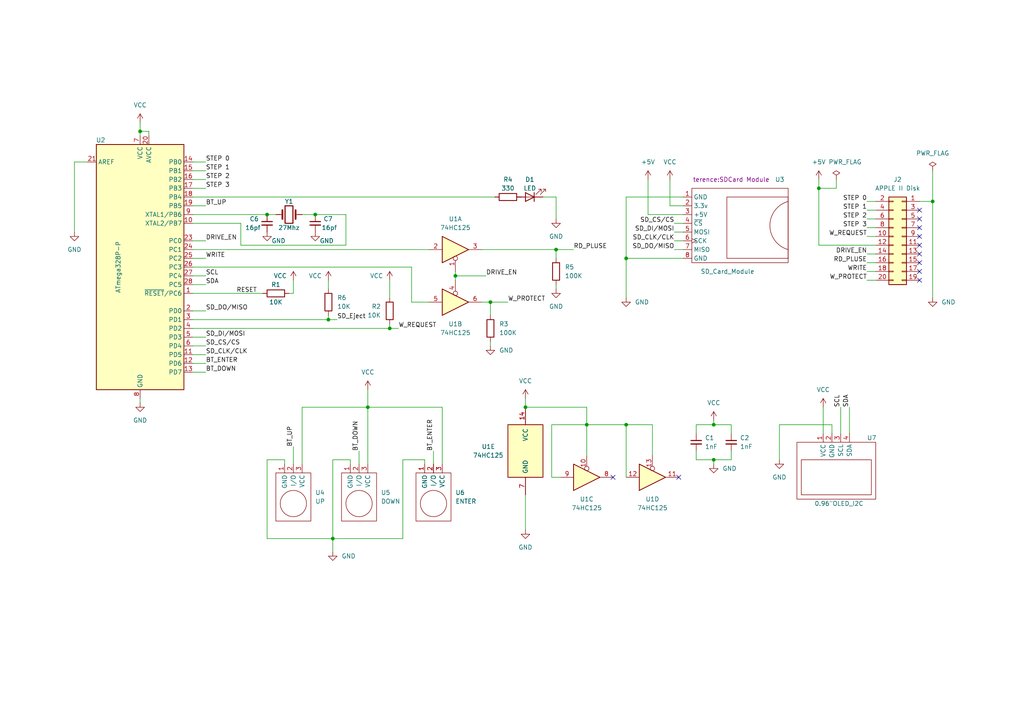
<source format=kicad_sch>
(kicad_sch (version 20230121) (generator eeschema)
  (paper "A4")
  (title_block (title "SDisk2 - Apple II Disk II Emulator") (date "2022-01-27") (rev "Rev 1") (comment 1 "(c) 2022 Terence Ang") (comment 2 "(c) 2012 Victor Trucco, (c) 2012 Fábio Belavenuto, (c) 2015 Alexandre Suaide") (comment 3 "additional authors - ") (comment 4 "Based on original works from (c) 2010 Koichi NISHIDA tulip-house@msf.biglobe.ne.jp"))
  (lib_symbols
    (symbol "74xx_IEEE:74HC125" (pin_names (offset 1.016))
      (property "Reference" "U" (at 0 1.27 0))
      (property "Value" "74HC125" (at 0 -1.27 0))
      (symbol "74HC125_1_0"
        (polyline (pts (xy -3.81 3.81) (xy -3.81 -3.81) (xy 3.81 0) (xy -3.81 3.81)) (stroke (width 0.254)) (fill (type background)))
        (pin input inverted (at 0 -6.35 90) (length 4.445) (name "~") (number "1"))
        (pin input line (at -7.62 0 0) (length 3.81) (name "~") (number "2"))
        (pin tri_state line (at 7.62 0 180) (length 3.81) (name "~") (number "3"))
      )
      (symbol "74HC125_2_0"
        (polyline (pts (xy -3.81 3.81) (xy -3.81 -3.81) (xy 3.81 0) (xy -3.81 3.81)) (stroke (width 0.254)) (fill (type background)))
        (pin input inverted (at 0 -6.35 90) (length 4.445) (name "~") (number "4"))
        (pin input line (at -7.62 0 0) (length 3.81) (name "~") (number "5"))
        (pin tri_state line (at 7.62 0 180) (length 3.81) (name "~") (number "6"))
      )
      (symbol "74HC125_3_0"
        (polyline (pts (xy -3.81 3.81) (xy -3.81 -3.81) (xy 3.81 0) (xy -3.81 3.81)) (stroke (width 0.254)) (fill (type background)))
        (pin input inverted (at 0 -6.35 90) (length 4.445) (name "~") (number "10"))
        (pin tri_state line (at 7.62 0 180) (length 3.81) (name "~") (number "8"))
        (pin input line (at -7.62 0 0) (length 3.81) (name "~") (number "9"))
      )
      (symbol "74HC125_4_0"
        (polyline (pts (xy -3.81 3.81) (xy -3.81 -3.81) (xy 3.81 0) (xy -3.81 3.81)) (stroke (width 0.254)) (fill (type background)))
        (pin tri_state line (at 7.62 0 180) (length 3.81) (name "~") (number "11"))
        (pin input line (at -7.62 0 0) (length 3.81) (name "~") (number "12"))
        (pin input inverted (at 0 -6.35 90) (length 4.445) (name "~") (number "13"))
      )
      (symbol "74HC125_5_0"
        (pin power_in line (at 0 12.7 270) (length 5.08) (name "VCC") (number "14"))
        (pin power_in line (at 0 -12.7 90) (length 5.08) (name "GND") (number "7"))
      )
      (symbol "74HC125_5_1"
        (rectangle (start -5.08 7.62) (end 5.08 -7.62) (stroke (width 0.254)) (fill (type background)))
      )
    )
    (symbol "Connector_Generic:Conn_02x10_Odd_Even" (pin_names (offset 1.016) hide)
      (property "Reference" "J" (at 1.27 12.7 0))
      (property "Value" "Conn_02x10_Odd_Even" (at 1.27 -15.24 0))
      (symbol "Conn_02x10_Odd_Even_1_1"
        (rectangle (start -1.27 -12.573) (end 0 -12.827) (stroke (width 0.1524)))
        (rectangle (start -1.27 -10.033) (end 0 -10.287) (stroke (width 0.1524)))
        (rectangle (start -1.27 -7.493) (end 0 -7.747) (stroke (width 0.1524)))
        (rectangle (start -1.27 -4.953) (end 0 -5.207) (stroke (width 0.1524)))
        (rectangle (start -1.27 -2.413) (end 0 -2.667) (stroke (width 0.1524)))
        (rectangle (start -1.27 0.127) (end 0 -0.127) (stroke (width 0.1524)))
        (rectangle (start -1.27 2.667) (end 0 2.413) (stroke (width 0.1524)))
        (rectangle (start -1.27 5.207) (end 0 4.953) (stroke (width 0.1524)))
        (rectangle (start -1.27 7.747) (end 0 7.493) (stroke (width 0.1524)))
        (rectangle (start -1.27 10.287) (end 0 10.033) (stroke (width 0.1524)))
        (rectangle (start -1.27 11.43) (end 3.81 -13.97) (stroke (width 0.254)) (fill (type background)))
        (rectangle (start 3.81 -12.573) (end 2.54 -12.827) (stroke (width 0.1524)))
        (rectangle (start 3.81 -10.033) (end 2.54 -10.287) (stroke (width 0.1524)))
        (rectangle (start 3.81 -7.493) (end 2.54 -7.747) (stroke (width 0.1524)))
        (rectangle (start 3.81 -4.953) (end 2.54 -5.207) (stroke (width 0.1524)))
        (rectangle (start 3.81 -2.413) (end 2.54 -2.667) (stroke (width 0.1524)))
        (rectangle (start 3.81 0.127) (end 2.54 -0.127) (stroke (width 0.1524)))
        (rectangle (start 3.81 2.667) (end 2.54 2.413) (stroke (width 0.1524)))
        (rectangle (start 3.81 5.207) (end 2.54 4.953) (stroke (width 0.1524)))
        (rectangle (start 3.81 7.747) (end 2.54 7.493) (stroke (width 0.1524)))
        (rectangle (start 3.81 10.287) (end 2.54 10.033) (stroke (width 0.1524)))
        (pin passive line (at -5.08 10.16 0) (length 3.81) (name "Pin_1") (number "1"))
        (pin passive line (at 7.62 0 180) (length 3.81) (name "Pin_10") (number "10"))
        (pin passive line (at -5.08 -2.54 0) (length 3.81) (name "Pin_11") (number "11"))
        (pin passive line (at 7.62 -2.54 180) (length 3.81) (name "Pin_12") (number "12"))
        (pin passive line (at -5.08 -5.08 0) (length 3.81) (name "Pin_13") (number "13"))
        (pin passive line (at 7.62 -5.08 180) (length 3.81) (name "Pin_14") (number "14"))
        (pin passive line (at -5.08 -7.62 0) (length 3.81) (name "Pin_15") (number "15"))
        (pin passive line (at 7.62 -7.62 180) (length 3.81) (name "Pin_16") (number "16"))
        (pin passive line (at -5.08 -10.16 0) (length 3.81) (name "Pin_17") (number "17"))
        (pin passive line (at 7.62 -10.16 180) (length 3.81) (name "Pin_18") (number "18"))
        (pin passive line (at -5.08 -12.7 0) (length 3.81) (name "Pin_19") (number "19"))
        (pin passive line (at 7.62 10.16 180) (length 3.81) (name "Pin_2") (number "2"))
        (pin passive line (at 7.62 -12.7 180) (length 3.81) (name "Pin_20") (number "20"))
        (pin passive line (at -5.08 7.62 0) (length 3.81) (name "Pin_3") (number "3"))
        (pin passive line (at 7.62 7.62 180) (length 3.81) (name "Pin_4") (number "4"))
        (pin passive line (at -5.08 5.08 0) (length 3.81) (name "Pin_5") (number "5"))
        (pin passive line (at 7.62 5.08 180) (length 3.81) (name "Pin_6") (number "6"))
        (pin passive line (at -5.08 2.54 0) (length 3.81) (name "Pin_7") (number "7"))
        (pin passive line (at 7.62 2.54 180) (length 3.81) (name "Pin_8") (number "8"))
        (pin passive line (at -5.08 0 0) (length 3.81) (name "Pin_9") (number "9"))
      )
    )
    (symbol "Device:C_Small" (pin_numbers hide) (pin_names (offset 0.254) hide)
      (property "Reference" "C" (at 0.254 1.778 0))
      (property "Value" "C_Small" (at 0.254 -2.032 0))
      (symbol "C_Small_0_1"
        (polyline (pts (xy -1.524 -0.508) (xy 1.524 -0.508)) (stroke (width 0.3302)))
        (polyline (pts (xy -1.524 0.508) (xy 1.524 0.508)) (stroke (width 0.3048)))
      )
      (symbol "C_Small_1_1"
        (pin passive line (at 0 2.54 270) (length 2.032) (name "~") (number "1"))
        (pin passive line (at 0 -2.54 90) (length 2.032) (name "~") (number "2"))
      )
    )
    (symbol "Device:Crystal" (pin_numbers hide) (pin_names (offset 1.016) hide)
      (property "Reference" "Y" (at 0 3.81 0))
      (property "Value" "Crystal" (at 0 -3.81 0))
      (symbol "Crystal_0_1"
        (rectangle (start -1.143 2.54) (end 1.143 -2.54) (stroke (width 0.3048)))
        (polyline (pts (xy -2.54 0) (xy -1.905 0)))
        (polyline (pts (xy -1.905 -1.27) (xy -1.905 1.27)) (stroke (width 0.508)))
        (polyline (pts (xy 1.905 -1.27) (xy 1.905 1.27)) (stroke (width 0.508)))
        (polyline (pts (xy 2.54 0) (xy 1.905 0)))
      )
      (symbol "Crystal_1_1"
        (pin passive line (at -3.81 0 0) (length 1.27) (name "1") (number "1"))
        (pin passive line (at 3.81 0 180) (length 1.27) (name "2") (number "2"))
      )
    )
    (symbol "Device:LED" (pin_numbers hide) (pin_names (offset 1.016) hide)
      (property "Reference" "D" (at 0 2.54 0))
      (property "Value" "LED" (at 0 -2.54 0))
      (symbol "LED_0_1"
        (polyline (pts (xy -1.27 -1.27) (xy -1.27 1.27)) (stroke (width 0.254)))
        (polyline (pts (xy -1.27 0) (xy 1.27 0)))
        (polyline (pts (xy 1.27 -1.27) (xy 1.27 1.27) (xy -1.27 0) (xy 1.27 -1.27)) (stroke (width 0.254)))
        (polyline (pts (xy -3.048 -0.762) (xy -4.572 -2.286) (xy -3.81 -2.286) (xy -4.572 -2.286) (xy -4.572 -1.524)))
        (polyline (pts (xy -1.778 -0.762) (xy -3.302 -2.286) (xy -2.54 -2.286) (xy -3.302 -2.286) (xy -3.302 -1.524)))
      )
      (symbol "LED_1_1"
        (pin passive line (at -3.81 0 0) (length 2.54) (name "K") (number "1"))
        (pin passive line (at 3.81 0 180) (length 2.54) (name "A") (number "2"))
      )
    )
    (symbol "Device:R" (pin_numbers hide) (pin_names (offset 0))
      (property "Reference" "R" (at 2.032 0 90))
      (property "Value" "R" (at 0 0 90))
      (symbol "R_0_1"
        (rectangle (start -1.016 -2.54) (end 1.016 2.54) (stroke (width 0.254)))
      )
      (symbol "R_1_1"
        (pin passive line (at 0 3.81 270) (length 1.27) (name "~") (number "1"))
        (pin passive line (at 0 -3.81 90) (length 1.27) (name "~") (number "2"))
      )
    )
    (symbol "MCU_Microchip_ATmega:ATmega328-P"
      (property "Reference" "U" (at -12.7 36.83 0))
      (property "Value" "ATmega328-P" (at 2.54 -36.83 0))
      (symbol "ATmega328-P_0_1"
        (rectangle (start -12.7 -35.56) (end 12.7 35.56) (stroke (width 0.254)) (fill (type background)))
      )
      (symbol "ATmega328-P_1_1"
        (pin bidirectional line (at 15.24 -7.62 180) (length 2.54) (name "~{RESET}/PC6") (number "1"))
        (pin bidirectional line (at 15.24 12.7 180) (length 2.54) (name "XTAL2/PB7") (number "10"))
        (pin bidirectional line (at 15.24 -25.4 180) (length 2.54) (name "PD5") (number "11"))
        (pin bidirectional line (at 15.24 -27.94 180) (length 2.54) (name "PD6") (number "12"))
        (pin bidirectional line (at 15.24 -30.48 180) (length 2.54) (name "PD7") (number "13"))
        (pin bidirectional line (at 15.24 30.48 180) (length 2.54) (name "PB0") (number "14"))
        (pin bidirectional line (at 15.24 27.94 180) (length 2.54) (name "PB1") (number "15"))
        (pin bidirectional line (at 15.24 25.4 180) (length 2.54) (name "PB2") (number "16"))
        (pin bidirectional line (at 15.24 22.86 180) (length 2.54) (name "PB3") (number "17"))
        (pin bidirectional line (at 15.24 20.32 180) (length 2.54) (name "PB4") (number "18"))
        (pin bidirectional line (at 15.24 17.78 180) (length 2.54) (name "PB5") (number "19"))
        (pin bidirectional line (at 15.24 -12.7 180) (length 2.54) (name "PD0") (number "2"))
        (pin power_in line (at 2.54 38.1 270) (length 2.54) (name "AVCC") (number "20"))
        (pin passive line (at -15.24 30.48 0) (length 2.54) (name "AREF") (number "21"))
        (pin passive line (at 0 -38.1 90) (length 2.54) hide (name "GND") (number "22"))
        (pin bidirectional line (at 15.24 7.62 180) (length 2.54) (name "PC0") (number "23"))
        (pin bidirectional line (at 15.24 5.08 180) (length 2.54) (name "PC1") (number "24"))
        (pin bidirectional line (at 15.24 2.54 180) (length 2.54) (name "PC2") (number "25"))
        (pin bidirectional line (at 15.24 0 180) (length 2.54) (name "PC3") (number "26"))
        (pin bidirectional line (at 15.24 -2.54 180) (length 2.54) (name "PC4") (number "27"))
        (pin bidirectional line (at 15.24 -5.08 180) (length 2.54) (name "PC5") (number "28"))
        (pin bidirectional line (at 15.24 -15.24 180) (length 2.54) (name "PD1") (number "3"))
        (pin bidirectional line (at 15.24 -17.78 180) (length 2.54) (name "PD2") (number "4"))
        (pin bidirectional line (at 15.24 -20.32 180) (length 2.54) (name "PD3") (number "5"))
        (pin bidirectional line (at 15.24 -22.86 180) (length 2.54) (name "PD4") (number "6"))
        (pin power_in line (at 0 38.1 270) (length 2.54) (name "VCC") (number "7"))
        (pin power_in line (at 0 -38.1 90) (length 2.54) (name "GND") (number "8"))
        (pin bidirectional line (at 15.24 15.24 180) (length 2.54) (name "XTAL1/PB6") (number "9"))
      )
    )
    (symbol "TP223_1"
      (property "Reference" "U5" (at 6.35 -6.9849 0))
      (property "Value" "DOWN" (at 6.35 -9.5249 0))
      (symbol "TP223_1_0_1"
        (rectangle (start -5.08 -1.27) (end 5.08 -15.24))
        (circle (center 0 -10.16) (radius 3.81))
      )
      (symbol "TP223_1_1_1"
        (pin power_in line (at -2.54 1.27 270) (length 2.54) (name "GND") (number "1"))
        (pin output line (at 0 1.27 270) (length 2.54) (name "I/O") (number "2"))
        (pin input line (at 2.54 1.27 270) (length 2.54) (name "VCC") (number "3"))
      )
    )
    (symbol "TP223_2"
      (property "Reference" "U6" (at 6.35 -6.9849 0))
      (property "Value" "ENTER" (at 6.35 -9.5249 0))
      (symbol "TP223_2_0_1"
        (rectangle (start -5.08 -1.27) (end 5.08 -15.24))
        (circle (center 0 -10.16) (radius 3.81))
      )
      (symbol "TP223_2_1_1"
        (pin power_in line (at -2.54 1.27 270) (length 2.54) (name "GND") (number "1"))
        (pin output line (at 0 1.27 270) (length 2.54) (name "I/O") (number "2"))
        (pin input line (at 2.54 1.27 270) (length 2.54) (name "VCC") (number "3"))
      )
    )
    (symbol "power:+5V" (power) (pin_names (offset 0))
      (property "Value" "+5V" (at 0 3.556 0))
      (symbol "+5V_0_1"
        (polyline (pts (xy -0.762 1.27) (xy 0 2.54)))
        (polyline (pts (xy 0 0) (xy 0 2.54)))
        (polyline (pts (xy 0 2.54) (xy 0.762 1.27)))
      )
      (symbol "+5V_1_1"
        (pin power_in line (at 0 0 90) (length 0) hide (name "+5V") (number "1"))
      )
    )
    (symbol "power:GND" (power) (pin_names (offset 0))
      (property "Value" "GND" (at 0 -3.81 0))
      (symbol "GND_0_1"
        (polyline (pts (xy 0 0) (xy 0 -1.27) (xy 1.27 -1.27) (xy 0 -2.54) (xy -1.27 -1.27) (xy 0 -1.27)))
      )
      (symbol "GND_1_1"
        (pin power_in line (at 0 0 270) (length 0) hide (name "GND") (number "1"))
      )
    )
    (symbol "power:PWR_FLAG" (power) (pin_numbers hide) (pin_names (offset 0) hide)
      (property "Value" "PWR_FLAG" (at 0 3.81 0))
      (symbol "PWR_FLAG_0_0"
        (pin power_out line (at 0 0 90) (length 0) (name "pwr") (number "1"))
      )
      (symbol "PWR_FLAG_0_1"
        (polyline (pts (xy 0 0) (xy 0 1.27) (xy -1.016 1.905) (xy 0 2.54) (xy 1.016 1.905) (xy 0 1.27)))
      )
    )
    (symbol "power:VCC" (power) (pin_names (offset 0))
      (property "Value" "VCC" (at 0 3.81 0))
      (symbol "VCC_0_1"
        (polyline (pts (xy -0.762 1.27) (xy 0 2.54)))
        (polyline (pts (xy 0 0) (xy 0 2.54)))
        (polyline (pts (xy 0 2.54) (xy 0.762 1.27)))
      )
      (symbol "VCC_1_1"
        (pin power_in line (at 0 0 90) (length 0) hide (name "VCC") (number "1"))
      )
    )
    (symbol "terence:0.96{dblquote}OLED_I2C"
      (property "Reference" "U7" (at 20.32 1.27 0))
      (property "Value" "0.96\"OLED_I2C" (at 5.08 -17.78 0))
      (symbol "0.96{dblquote}OLED_I2C_0_1"
        (rectangle (start 0 0) (end 22.86 -16.51))
        (rectangle (start 1.27 -5.08) (end 21.59 -15.24))
      )
      (symbol "0.96{dblquote}OLED_I2C_1_1"
        (pin power_in line (at 7.62 2.54 270) (length 2.54) (name "VCC") (number "1"))
        (pin power_in line (at 10.16 2.54 270) (length 2.54) (name "GND") (number "2"))
        (pin input line (at 12.7 2.54 270) (length 2.54) (name "SCL") (number "3"))
        (pin input line (at 15.24 2.54 270) (length 2.54) (name "SDA") (number "4"))
      )
    )
    (symbol "terence:SD_Card_Module"
      (property "Reference" "U" (at -10.16 -1.27 0))
      (property "Value" "SD_Card_Module" (at 3.81 -1.27 0))
      (symbol "SD_Card_Module_0_1"
        (rectangle (start -11.43 -2.54) (end 16.51 -24.13))
        (rectangle (start -1.27 -5.08) (end 16.51 -22.86))
        (arc (start 16.51 -6.35) (mid 11.2107 -13.335) (end 16.51 -20.32))
      )
      (symbol "SD_Card_Module_1_1"
        (pin power_in line (at -13.97 -5.08 0) (length 2.54) (name "GND") (number "1"))
        (pin power_in line (at -13.97 -7.62 0) (length 2.54) (name "3.3v") (number "2"))
        (pin power_in line (at -13.97 -10.16 0) (length 2.54) (name "+5V") (number "3"))
        (pin input line (at -13.97 -12.7 0) (length 2.54) (name "~{CS}") (number "4"))
        (pin output line (at -13.97 -15.24 0) (length 2.54) (name "MOSI") (number "5"))
        (pin input clock (at -13.97 -17.78 0) (length 2.54) (name "SCK") (number "6"))
        (pin input line (at -13.97 -20.32 0) (length 2.54) (name "MISO") (number "7"))
        (pin power_in line (at -13.97 -22.86 0) (length 2.54) (name "GND") (number "8"))
      )
    )
    (symbol "terence:TP223"
      (property "Reference" "U4" (at 6.35 -6.9849 0))
      (property "Value" "UP" (at 6.35 -9.5249 0))
      (symbol "TP223_0_1"
        (rectangle (start -5.08 -1.27) (end 5.08 -15.24))
        (circle (center 0 -10.16) (radius 3.81))
      )
      (symbol "TP223_1_1"
        (pin power_in line (at -2.54 1.27 270) (length 2.54) (name "GND") (number "1"))
        (pin output line (at 0 1.27 270) (length 2.54) (name "I/O") (number "2"))
        (pin input line (at 2.54 1.27 270) (length 2.54) (name "VCC") (number "3"))
      )
    )
  )
  (junction (at 132.08 80.01))
  (junction (at 237.49 54.61))
  (junction (at 181.61 74.93))
  (junction (at 170.18 123.19))
  (junction (at 152.4 118.11))
  (junction (at 270.51 58.42))
  (junction (at 113.03 95.25))
  (junction (at 181.61 123.19))
  (junction (at 207.01 123.19))
  (junction (at 106.68 118.11))
  (junction (at 95.25 92.71))
  (junction (at 77.47 62.23))
  (junction (at 96.52 156.21))
  (junction (at 40.64 38.1))
  (junction (at 91.44 62.23))
  (junction (at 142.24 87.63))
  (junction (at 161.29 72.39))
  (junction (at 207.01 133.35))
  (no_connect (at 177.8 138.43))
  (no_connect (at 196.85 138.43))
  (no_connect (at 266.7 73.66))
  (no_connect (at 266.7 76.2))
  (no_connect (at 266.7 78.74))
  (no_connect (at 266.7 81.28))
  (no_connect (at 266.7 60.96))
  (no_connect (at 266.7 68.58))
  (no_connect (at 266.7 71.12))
  (no_connect (at 266.7 66.04))
  (no_connect (at 266.7 63.5))
  (wire (pts (xy 55.88 95.25) (xy 113.03 95.25)))
  (wire (pts (xy 201.93 123.19) (xy 201.93 125.73)))
  (wire (pts (xy 242.57 52.07) (xy 242.57 54.61)))
  (wire (pts (xy 82.55 133.35) (xy 77.47 133.35)))
  (wire (pts (xy 237.49 54.61) (xy 237.49 71.12)))
  (wire (pts (xy 181.61 74.93) (xy 181.61 86.36)))
  (wire (pts (xy 55.88 107.95) (xy 59.69 107.95)))
  (wire (pts (xy 226.06 123.19) (xy 226.06 133.35)))
  (wire (pts (xy 55.88 85.09) (xy 76.2 85.09)))
  (wire (pts (xy 116.84 156.21) (xy 96.52 156.21)))
  (wire (pts (xy 251.46 66.04) (xy 254 66.04)))
  (wire (pts (xy 170.18 118.11) (xy 152.4 118.11)))
  (wire (pts (xy 195.58 72.39) (xy 198.12 72.39)))
  (wire (pts (xy 237.49 71.12) (xy 254 71.12)))
  (wire (pts (xy 69.85 64.77) (xy 69.85 71.12)))
  (wire (pts (xy 21.59 46.99) (xy 25.4 46.99)))
  (wire (pts (xy 100.33 71.12) (xy 100.33 62.23)))
  (wire (pts (xy 152.4 115.57) (xy 152.4 118.11)))
  (wire (pts (xy 198.12 74.93) (xy 181.61 74.93)))
  (wire (pts (xy 85.09 129.54) (xy 85.09 134.62)))
  (wire (pts (xy 189.23 123.19) (xy 189.23 132.08)))
  (wire (pts (xy 181.61 123.19) (xy 189.23 123.19)))
  (wire (pts (xy 212.09 123.19) (xy 212.09 125.73)))
  (wire (pts (xy 87.63 118.11) (xy 106.68 118.11)))
  (wire (pts (xy 55.88 69.85) (xy 59.69 69.85)))
  (wire (pts (xy 238.76 118.11) (xy 238.76 125.73)))
  (wire (pts (xy 251.46 68.58) (xy 254 68.58)))
  (wire (pts (xy 96.52 133.35) (xy 96.52 156.21)))
  (wire (pts (xy 241.3 123.19) (xy 226.06 123.19)))
  (wire (pts (xy 207.01 123.19) (xy 212.09 123.19)))
  (wire (pts (xy 55.88 57.15) (xy 143.51 57.15)))
  (wire (pts (xy 55.88 102.87) (xy 59.69 102.87)))
  (wire (pts (xy 142.24 99.06) (xy 142.24 100.33)))
  (wire (pts (xy 116.84 133.35) (xy 116.84 156.21)))
  (wire (pts (xy 106.68 134.62) (xy 106.68 118.11)))
  (wire (pts (xy 55.88 62.23) (xy 77.47 62.23)))
  (wire (pts (xy 201.93 130.81) (xy 201.93 133.35)))
  (wire (pts (xy 55.88 100.33) (xy 59.69 100.33)))
  (wire (pts (xy 132.08 78.74) (xy 132.08 80.01)))
  (wire (pts (xy 55.88 80.01) (xy 59.69 80.01)))
  (wire (pts (xy 91.44 62.23) (xy 87.63 62.23)))
  (wire (pts (xy 113.03 93.98) (xy 113.03 95.25)))
  (wire (pts (xy 55.88 52.07) (xy 59.69 52.07)))
  (wire (pts (xy 237.49 52.07) (xy 237.49 54.61)))
  (wire (pts (xy 40.64 35.56) (xy 40.64 38.1)))
  (wire (pts (xy 160.02 138.43) (xy 160.02 123.19)))
  (wire (pts (xy 113.03 81.28) (xy 113.03 86.36)))
  (wire (pts (xy 123.19 133.35) (xy 116.84 133.35)))
  (wire (pts (xy 55.88 97.79) (xy 59.69 97.79)))
  (wire (pts (xy 95.25 91.44) (xy 95.25 92.71)))
  (wire (pts (xy 91.44 62.23) (xy 100.33 62.23)))
  (wire (pts (xy 198.12 57.15) (xy 181.61 57.15)))
  (wire (pts (xy 123.19 134.62) (xy 123.19 133.35)))
  (wire (pts (xy 55.88 105.41) (xy 59.69 105.41)))
  (wire (pts (xy 55.88 46.99) (xy 59.69 46.99)))
  (wire (pts (xy 40.64 115.57) (xy 40.64 116.84)))
  (wire (pts (xy 95.25 81.28) (xy 95.25 83.82)))
  (wire (pts (xy 77.47 62.23) (xy 80.01 62.23)))
  (wire (pts (xy 55.88 77.47) (xy 119.38 77.47)))
  (wire (pts (xy 101.6 133.35) (xy 101.6 134.62)))
  (wire (pts (xy 160.02 123.19) (xy 170.18 123.19)))
  (wire (pts (xy 142.24 87.63) (xy 142.24 91.44)))
  (wire (pts (xy 43.18 38.1) (xy 40.64 38.1)))
  (wire (pts (xy 55.88 92.71) (xy 95.25 92.71)))
  (wire (pts (xy 55.88 54.61) (xy 59.69 54.61)))
  (wire (pts (xy 85.09 81.28) (xy 85.09 85.09)))
  (wire (pts (xy 181.61 57.15) (xy 181.61 74.93)))
  (wire (pts (xy 119.38 87.63) (xy 124.46 87.63)))
  (wire (pts (xy 157.48 57.15) (xy 161.29 57.15)))
  (wire (pts (xy 207.01 121.92) (xy 207.01 123.19)))
  (wire (pts (xy 162.56 138.43) (xy 160.02 138.43)))
  (wire (pts (xy 207.01 133.35) (xy 201.93 133.35)))
  (wire (pts (xy 95.25 92.71) (xy 97.79 92.71)))
  (wire (pts (xy 55.88 49.53) (xy 59.69 49.53)))
  (wire (pts (xy 251.46 58.42) (xy 254 58.42)))
  (wire (pts (xy 132.08 80.01) (xy 140.97 80.01)))
  (wire (pts (xy 237.49 54.61) (xy 242.57 54.61)))
  (wire (pts (xy 170.18 123.19) (xy 170.18 118.11)))
  (wire (pts (xy 55.88 82.55) (xy 59.69 82.55)))
  (wire (pts (xy 113.03 95.25) (xy 115.57 95.25)))
  (wire (pts (xy 151.13 57.15) (xy 149.86 57.15)))
  (wire (pts (xy 212.09 130.81) (xy 212.09 133.35)))
  (wire (pts (xy 270.51 58.42) (xy 270.51 86.36)))
  (wire (pts (xy 246.38 118.11) (xy 246.38 125.73)))
  (wire (pts (xy 195.58 67.31) (xy 198.12 67.31)))
  (wire (pts (xy 40.64 38.1) (xy 40.64 39.37)))
  (wire (pts (xy 82.55 133.35) (xy 82.55 134.62)))
  (wire (pts (xy 195.58 64.77) (xy 198.12 64.77)))
  (wire (pts (xy 187.96 62.23) (xy 198.12 62.23)))
  (wire (pts (xy 270.51 49.53) (xy 270.51 58.42)))
  (wire (pts (xy 119.38 87.63) (xy 119.38 77.47)))
  (wire (pts (xy 187.96 52.07) (xy 187.96 62.23)))
  (wire (pts (xy 251.46 60.96) (xy 254 60.96)))
  (wire (pts (xy 139.7 87.63) (xy 142.24 87.63)))
  (wire (pts (xy 161.29 72.39) (xy 166.37 72.39)))
  (wire (pts (xy 55.88 72.39) (xy 124.46 72.39)))
  (wire (pts (xy 266.7 58.42) (xy 270.51 58.42)))
  (wire (pts (xy 85.09 85.09) (xy 83.82 85.09)))
  (wire (pts (xy 170.18 123.19) (xy 181.61 123.19)))
  (wire (pts (xy 241.3 125.73) (xy 241.3 123.19)))
  (wire (pts (xy 87.63 134.62) (xy 87.63 118.11)))
  (wire (pts (xy 104.14 130.81) (xy 104.14 134.62)))
  (wire (pts (xy 77.47 156.21) (xy 96.52 156.21)))
  (wire (pts (xy 207.01 133.35) (xy 207.01 134.62)))
  (wire (pts (xy 161.29 82.55) (xy 161.29 83.82)))
  (wire (pts (xy 101.6 133.35) (xy 96.52 133.35)))
  (wire (pts (xy 251.46 76.2) (xy 254 76.2)))
  (wire (pts (xy 142.24 87.63) (xy 147.32 87.63)))
  (wire (pts (xy 161.29 72.39) (xy 161.29 74.93)))
  (wire (pts (xy 55.88 59.69) (xy 59.69 59.69)))
  (wire (pts (xy 251.46 81.28) (xy 254 81.28)))
  (wire (pts (xy 43.18 39.37) (xy 43.18 38.1)))
  (wire (pts (xy 243.84 118.11) (xy 243.84 125.73)))
  (wire (pts (xy 128.27 134.62) (xy 128.27 118.11)))
  (wire (pts (xy 69.85 71.12) (xy 100.33 71.12)))
  (wire (pts (xy 161.29 57.15) (xy 161.29 63.5)))
  (wire (pts (xy 96.52 156.21) (xy 96.52 160.02)))
  (wire (pts (xy 106.68 118.11) (xy 106.68 113.03)))
  (wire (pts (xy 181.61 138.43) (xy 181.61 123.19)))
  (wire (pts (xy 77.47 133.35) (xy 77.47 156.21)))
  (wire (pts (xy 194.31 52.07) (xy 194.31 59.69)))
  (wire (pts (xy 207.01 133.35) (xy 212.09 133.35)))
  (wire (pts (xy 201.93 123.19) (xy 207.01 123.19)))
  (wire (pts (xy 55.88 74.93) (xy 59.69 74.93)))
  (wire (pts (xy 170.18 123.19) (xy 170.18 132.08)))
  (wire (pts (xy 152.4 143.51) (xy 152.4 153.67)))
  (wire (pts (xy 125.73 130.81) (xy 125.73 134.62)))
  (wire (pts (xy 251.46 73.66) (xy 254 73.66)))
  (wire (pts (xy 106.68 118.11) (xy 128.27 118.11)))
  (wire (pts (xy 251.46 78.74) (xy 254 78.74)))
  (wire (pts (xy 194.31 59.69) (xy 198.12 59.69)))
  (wire (pts (xy 55.88 90.17) (xy 59.69 90.17)))
  (wire (pts (xy 195.58 69.85) (xy 198.12 69.85)))
  (wire (pts (xy 21.59 67.31) (xy 21.59 46.99)))
  (wire (pts (xy 132.08 80.01) (xy 132.08 81.28)))
  (wire (pts (xy 251.46 63.5) (xy 254 63.5)))
  (wire (pts (xy 139.7 72.39) (xy 161.29 72.39)))
  (wire (pts (xy 55.88 64.77) (xy 69.85 64.77)))
  (label "SD_DO{slash}MISO" (at 195.58 72.39 180))
  (label "RD_PLUSE" (at 166.37 72.39 0))
  (label "SDA" (at 59.69 82.55 0))
  (label "DRIVE_EN" (at 59.69 69.85 0))
  (label "BT_DOWN" (at 59.69 107.95 0))
  (label "DRIVE_EN" (at 140.97 80.01 0))
  (label "SDA" (at 246.38 118.11 90))
  (label "STEP 1" (at 59.69 49.53 0))
  (label "RD_PLUSE" (at 251.46 76.2 180))
  (label "STEP 0" (at 59.69 46.99 0))
  (label "STEP 3" (at 251.46 66.04 180))
  (label "SCL" (at 243.84 118.11 90))
  (label "BT_ENTER" (at 59.69 105.41 0))
  (label "SD_DO{slash}MISO" (at 59.69 90.17 0))
  (label "STEP 2" (at 59.69 52.07 0))
  (label "BT_UP" (at 59.69 59.69 0))
  (label "DRIVE_EN" (at 251.46 73.66 180))
  (label "SCL" (at 59.69 80.01 0))
  (label "WRITE" (at 59.69 74.93 0))
  (label "SD_CS{slash}CS" (at 59.69 100.33 0))
  (label "STEP 1" (at 251.46 60.96 180))
  (label "SD_CS{slash}CS" (at 195.58 64.77 180))
  (label "SD_Eject" (at 97.79 92.71 0))
  (label "SD_DI{slash}MOSI" (at 59.69 97.79 0))
  (label "BT_ENTER" (at 125.73 130.81 90))
  (label "W_PROTECT" (at 251.46 81.28 180))
  (label "BT_DOWN" (at 104.14 130.81 90))
  (label "W_PROTECT" (at 147.32 87.63 0))
  (label "W_REQUEST" (at 251.46 68.58 180))
  (label "SD_DI{slash}MOSI" (at 195.58 67.31 180))
  (label "STEP 0" (at 251.46 58.42 180))
  (label "WRITE" (at 251.46 78.74 180))
  (label "SD_CLK{slash}CLK" (at 59.69 102.87 0))
  (label "STEP 3" (at 59.69 54.61 0))
  (label "STEP 2" (at 251.46 63.5 180))
  (label "RESET" (at 68.58 85.09 0))
  (label "SD_CLK{slash}CLK" (at 195.58 69.85 180))
  (label "BT_UP" (at 85.09 129.54 90))
  (label "W_REQUEST" (at 115.57 95.25 0))
  (symbol (lib_id "Device:C_Small") (at 201.93 128.27 0) (unit 1)
    (property "Reference" "C1" (at 204.47 127 0) (effects (justify left)))
    (property "Value" "1nF" (at 204.47 129.54 0) (effects (justify left)))
    (property "Footprint" "Capacitor_SMD:C_0805_2012Metric" (effects hide))
  )
  (symbol (lib_id "power:GND") (at 91.44 67.31 0) (unit 1)
    (property "Reference" "#PWR0102" (effects hide))
    (property "Value" "GND" (at 92.71 69.85 0) (effects (justify left)))
  )
  (symbol (lib_id "Device:R") (at 147.32 57.15 90) (unit 1)
    (property "Reference" "R4" (at 147.32 52.07 90))
    (property "Value" "330" (at 147.32 54.61 90))
    (property "Footprint" "Resistor_SMD:R_0805_2012Metric" (effects hide))
  )
  (symbol (lib_id "power:VCC") (at 152.4 115.57 0) (unit 1)
    (property "Reference" "#PWR02" (effects hide))
    (property "Value" "VCC" (at 152.4 110.49 0))
  )
  (symbol (lib_id "terence:SD_Card_Module") (at 212.09 52.07 0) (unit 1)
    (property "Reference" "U3" (at 224.79 52.07 0) (effects (justify left)))
    (property "Value" "SD_Card_Module" (at 203.2 78.74 0) (effects (justify left)))
    (property "Footprint" "terence:SDCard Module" (at 212.09 52.07 0))
  )
  (symbol (lib_id "Device:R") (at 142.24 95.25 0) (unit 1)
    (property "Reference" "R3" (at 144.78 93.9799 0) (effects (justify left)))
    (property "Value" "100K" (at 144.78 96.5199 0) (effects (justify left)))
    (property "Footprint" "Resistor_SMD:R_0805_2012Metric" (effects hide))
  )
  (symbol (lib_id "power:+5V") (at 237.49 52.07 0) (unit 1)
    (property "Reference" "#PWR0111" (effects hide))
    (property "Value" "+5V" (at 237.49 46.99 0))
  )
  (symbol (lib_id "power:GND") (at 161.29 83.82 0) (unit 1)
    (property "Reference" "#PWR011" (effects hide))
    (property "Value" "GND" (at 161.29 88.9 0))
  )
  (symbol (lib_id "Device:C_Small") (at 77.47 64.77 0) (unit 1)
    (property "Reference" "C6" (at 72.39 63.5 0) (effects (justify left)))
    (property "Value" "16pf" (at 71.12 66.04 0) (effects (justify left)))
    (property "Footprint" "Capacitor_SMD:C_0805_2012Metric" (effects hide))
  )
  (symbol (lib_id "power:GND") (at 207.01 134.62 0) (unit 1)
    (property "Reference" "#PWR08" (effects hide))
    (property "Value" "GND" (at 209.55 135.8899 0) (effects (justify left)))
  )
  (symbol (lib_id "power:PWR_FLAG") (at 242.57 52.07 0) (unit 1)
    (property "Reference" "#FLG01" (effects hide))
    (property "Value" "PWR_FLAG" (at 245.11 46.99 0))
  )
  (symbol (lib_id "power:VCC") (at 194.31 52.07 0) (unit 1)
    (property "Reference" "#PWR0105" (effects hide))
    (property "Value" "VCC" (at 194.31 46.99 0))
  )
  (symbol (lib_name "TP223_1") (lib_id "terence:TP223") (at 104.14 135.89 0) (unit 1)
    (property "Reference" "U5" (at 110.49 142.8749 0) (effects (justify left)))
    (property "Value" "DOWN" (at 110.49 145.4149 0) (effects (justify left)))
    (property "Footprint" "terence:TP223" (effects hide))
  )
  (symbol (lib_id "power:VCC") (at 40.64 35.56 0) (unit 1)
    (property "Reference" "#PWR04" (effects hide))
    (property "Value" "VCC" (at 40.64 30.48 0))
  )
  (symbol (lib_id "power:GND") (at 40.64 116.84 0) (unit 1)
    (property "Reference" "#PWR05" (effects hide))
    (property "Value" "GND" (at 40.64 121.92 0))
  )
  (symbol (lib_id "power:GND") (at 77.47 67.31 0) (unit 1)
    (property "Reference" "#PWR0101" (effects hide))
    (property "Value" "GND" (at 78.74 69.85 0) (effects (justify left)))
  )
  (symbol (lib_id "74xx_IEEE:74HC125") (at 152.4 130.81 0) (unit 5)
    (property "Reference" "U1" (at 139.7 129.54 0) (effects (justify left)))
    (property "Value" "74HC125" (at 137.16 132.08 0) (effects (justify left)))
    (property "Footprint" "Package_DIP:DIP-14_W7.62mm" (effects hide))
    (property "Datasheet" "http://www.ti.com/lit/gpn/sn74LS125" (effects hide))
  )
  (symbol (lib_id "terence:TP223") (at 85.09 135.89 0) (unit 1)
    (property "Reference" "U4" (at 91.44 142.8749 0) (effects (justify left)))
    (property "Value" "UP" (at 91.44 145.4149 0) (effects (justify left)))
    (property "Footprint" "terence:TP223" (effects hide))
  )
  (symbol (lib_id "power:GND") (at 226.06 133.35 0) (unit 1)
    (property "Reference" "#PWR0109" (effects hide))
    (property "Value" "GND" (at 226.06 138.43 0))
  )
  (symbol (lib_id "power:GND") (at 142.24 100.33 0) (unit 1)
    (property "Reference" "#PWR09" (effects hide))
    (property "Value" "GND" (at 144.78 101.5999 0) (effects (justify left)))
  )
  (symbol (lib_id "Device:C_Small") (at 91.44 64.77 0) (mirror y) (unit 1)
    (property "Reference" "C7" (at 96.52 63.5 0) (effects (justify left)))
    (property "Value" "16pf" (at 97.79 66.04 0) (effects (justify left)))
    (property "Footprint" "Capacitor_SMD:C_0805_2012Metric" (effects hide))
  )
  (symbol (lib_id "power:GND") (at 96.52 160.02 0) (unit 1)
    (property "Reference" "#PWR0107" (effects hide))
    (property "Value" "GND" (at 99.06 161.2899 0) (effects (justify left)))
  )
  (symbol (lib_id "power:+5V") (at 187.96 52.07 0) (unit 1)
    (property "Reference" "#PWR0112" (effects hide))
    (property "Value" "+5V" (at 187.96 46.99 0))
  )
  (symbol (lib_id "MCU_Microchip_ATmega:ATmega328-P") (at 40.64 77.47 0) (unit 1)
    (property "Reference" "U2" (at 29.21 40.64 0))
    (property "Value" "ATmega328P-P" (at 34.29 77.47 90))
    (property "Footprint" "Package_DIP:DIP-28_W7.62mm" (effects hide))
    (property "Datasheet" "http://ww1.microchip.com/downloads/en/DeviceDoc/ATmega328_P%20AVR%20MCU%20with%20picoPower%20Technology%20Data%20Sheet%2040001984A.pdf" (effects hide))
  )
  (symbol (lib_id "Device:R") (at 161.29 78.74 0) (unit 1)
    (property "Reference" "R5" (at 163.83 77.4699 0) (effects (justify left)))
    (property "Value" "100K" (at 163.83 80.0099 0) (effects (justify left)))
    (property "Footprint" "Resistor_SMD:R_0805_2012Metric" (effects hide))
  )
  (symbol (lib_id "74xx_IEEE:74HC125") (at 132.08 87.63 0) (mirror x) (unit 2)
    (property "Reference" "U1" (at 132.08 93.98 0))
    (property "Value" "74HC125" (at 132.08 96.52 0))
    (property "Footprint" "Package_DIP:DIP-14_W7.62mm" (effects hide))
    (property "Datasheet" "http://www.ti.com/lit/gpn/sn74LS125" (effects hide))
  )
  (symbol (lib_id "power:GND") (at 181.61 86.36 0) (unit 1)
    (property "Reference" "#PWR019" (effects hide))
    (property "Value" "GND" (at 184.15 87.6299 0) (effects (justify left)))
  )
  (symbol (lib_id "power:GND") (at 152.4 153.67 0) (unit 1)
    (property "Reference" "#PWR03" (effects hide))
    (property "Value" "GND" (at 152.4 158.75 0))
  )
  (symbol (lib_id "power:VCC") (at 106.68 113.03 0) (unit 1)
    (property "Reference" "#PWR0106" (effects hide))
    (property "Value" "VCC" (at 106.68 107.95 0))
  )
  (symbol (lib_id "power:VCC") (at 85.09 81.28 0) (mirror y) (unit 1)
    (property "Reference" "#PWR0103" (effects hide))
    (property "Value" "VCC" (at 81.28 80.01 0))
  )
  (symbol (lib_id "power:GND") (at 270.51 86.36 0) (unit 1)
    (property "Reference" "#PWR026" (effects hide))
    (property "Value" "GND" (at 273.05 87.6299 0) (effects (justify left)))
  )
  (symbol (lib_id "Device:Crystal") (at 83.82 62.23 0) (unit 1)
    (property "Reference" "Y1" (at 83.82 58.42 0))
    (property "Value" "27Mhz" (at 83.82 66.04 0))
    (property "Footprint" "Crystal:Crystal_HC49-U_Vertical" (effects hide))
  )
  (symbol (lib_id "74xx_IEEE:74HC125") (at 132.08 72.39 0) (unit 1)
    (property "Reference" "U1" (at 132.08 63.5 0))
    (property "Value" "74HC125" (at 132.08 66.04 0))
    (property "Footprint" "Package_DIP:DIP-14_W7.62mm" (effects hide))
    (property "Datasheet" "http://www.ti.com/lit/gpn/sn74LS125" (effects hide))
  )
  (symbol (lib_id "Device:R") (at 113.03 90.17 0) (mirror y) (unit 1)
    (property "Reference" "R2" (at 110.49 88.8999 0) (effects (justify left)))
    (property "Value" "10K" (at 110.49 91.4399 0) (effects (justify left)))
    (property "Footprint" "Resistor_SMD:R_0805_2012Metric" (effects hide))
  )
  (symbol (lib_id "power:VCC") (at 113.03 81.28 0) (mirror y) (unit 1)
    (property "Reference" "#PWR06" (effects hide))
    (property "Value" "VCC" (at 109.22 80.01 0))
  )
  (symbol (lib_id "power:VCC") (at 238.76 118.11 0) (unit 1)
    (property "Reference" "#PWR0108" (effects hide))
    (property "Value" "VCC" (at 238.76 113.03 0))
  )
  (symbol (lib_id "power:GND") (at 21.59 67.31 0) (unit 1)
    (property "Reference" "#PWR0110" (effects hide))
    (property "Value" "GND" (at 21.59 72.39 0))
  )
  (symbol (lib_id "Connector_Generic:Conn_02x10_Odd_Even") (at 261.62 68.58 0) (mirror y) (unit 1)
    (property "Reference" "J2" (at 260.35 52.07 0))
    (property "Value" "APPLE II Disk" (at 260.35 54.61 0))
    (property "Footprint" "Connector_IDC:IDC-Header_2x10_P2.54mm_Vertical" (effects hide))
  )
  (symbol (lib_id "power:GND") (at 161.29 63.5 0) (unit 1)
    (property "Reference" "#PWR010" (effects hide))
    (property "Value" "GND" (at 161.29 68.58 0))
  )
  (symbol (lib_id "Device:LED") (at 153.67 57.15 180) (unit 1)
    (property "Reference" "D1" (at 153.67 52.07 0))
    (property "Value" "LED" (at 153.67 54.61 0))
    (property "Footprint" "LED_SMD:LED_0805_2012Metric" (effects hide))
  )
  (symbol (lib_id "terence:0.96{dblquote}OLED_I2C") (at 231.14 128.27 0) (unit 1)
    (property "Reference" "U7" (at 251.46 127 0) (effects (justify left)))
    (property "Value" "0.96\"OLED_I2C" (at 236.22 146.05 0) (effects (justify left)))
    (property "Footprint" "terence:0.96OLED I2C" (effects hide))
  )
  (symbol (lib_id "power:PWR_FLAG") (at 270.51 49.53 0) (unit 1)
    (property "Reference" "#FLG02" (effects hide))
    (property "Value" "PWR_FLAG" (at 270.51 44.45 0))
  )
  (symbol (lib_id "Device:R") (at 95.25 87.63 0) (unit 1)
    (property "Reference" "R6" (at 97.79 86.3599 0) (effects (justify left)))
    (property "Value" "10K" (at 97.79 88.8999 0) (effects (justify left)))
    (property "Footprint" "Resistor_SMD:R_0805_2012Metric" (effects hide))
  )
  (symbol (lib_id "Device:C_Small") (at 212.09 128.27 0) (unit 1)
    (property "Reference" "C2" (at 214.63 127 0) (effects (justify left)))
    (property "Value" "1nF" (at 214.63 129.54 0) (effects (justify left)))
    (property "Footprint" "Capacitor_SMD:C_0805_2012Metric" (effects hide))
  )
  (symbol (lib_id "power:VCC") (at 207.01 121.92 0) (unit 1)
    (property "Reference" "#PWR07" (effects hide))
    (property "Value" "VCC" (at 207.01 116.84 0))
  )
  (symbol (lib_id "74xx_IEEE:74HC125") (at 170.18 138.43 0) (mirror x) (unit 3)
    (property "Reference" "U1" (at 170.18 144.78 0))
    (property "Value" "74HC125" (at 170.18 147.32 0))
    (property "Footprint" "Package_DIP:DIP-14_W7.62mm" (effects hide))
    (property "Datasheet" "http://www.ti.com/lit/gpn/sn74LS125" (effects hide))
  )
  (symbol (lib_id "74xx_IEEE:74HC125") (at 189.23 138.43 0) (mirror x) (unit 4)
    (property "Reference" "U1" (at 189.23 144.78 0))
    (property "Value" "74HC125" (at 189.23 147.32 0))
    (property "Footprint" "Package_DIP:DIP-14_W7.62mm" (effects hide))
    (property "Datasheet" "http://www.ti.com/lit/gpn/sn74LS125" (effects hide))
  )
  (symbol (lib_id "power:VCC") (at 95.25 81.28 0) (unit 1)
    (property "Reference" "#PWR0104" (effects hide))
    (property "Value" "VCC" (at 91.44 80.01 0))
  )
  (symbol (lib_name "TP223_2") (lib_id "terence:TP223") (at 125.73 135.89 0) (unit 1)
    (property "Reference" "U6" (at 132.08 142.8749 0) (effects (justify left)))
    (property "Value" "ENTER" (at 132.08 145.4149 0) (effects (justify left)))
    (property "Footprint" "terence:TP223" (effects hide))
  )
  (symbol (lib_id "Device:R") (at 80.01 85.09 90) (unit 1)
    (property "Reference" "R1" (at 80.01 82.55 90))
    (property "Value" "10K" (at 80.01 87.63 90))
    (property "Footprint" "Resistor_SMD:R_0805_2012Metric" (effects hide))
  )
)
</source>
